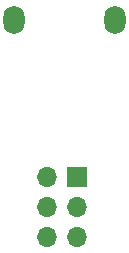
<source format=gbr>
%TF.GenerationSoftware,KiCad,Pcbnew,5.1.10-88a1d61d58~88~ubuntu20.04.1*%
%TF.CreationDate,2021-09-11T09:55:26-04:00*%
%TF.ProjectId,SAO-Alien,53414f2d-416c-4696-956e-2e6b69636164,rev?*%
%TF.SameCoordinates,Original*%
%TF.FileFunction,Soldermask,Top*%
%TF.FilePolarity,Negative*%
%FSLAX46Y46*%
G04 Gerber Fmt 4.6, Leading zero omitted, Abs format (unit mm)*
G04 Created by KiCad (PCBNEW 5.1.10-88a1d61d58~88~ubuntu20.04.1) date 2021-09-11 09:55:26*
%MOMM*%
%LPD*%
G01*
G04 APERTURE LIST*
%ADD10O,1.700000X1.700000*%
%ADD11R,1.700000X1.700000*%
%ADD12O,1.800000X2.400000*%
G04 APERTURE END LIST*
D10*
%TO.C,J1*%
X130606800Y-93705680D03*
X133146800Y-93705680D03*
X130606800Y-91165680D03*
X133146800Y-91165680D03*
X130606800Y-88625680D03*
D11*
X133146800Y-88625680D03*
%TD*%
D12*
%TO.C,D2*%
X136382760Y-75321160D03*
%TD*%
%TO.C,D1*%
X127797560Y-75326240D03*
%TD*%
M02*

</source>
